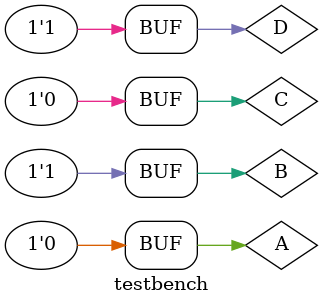
<source format=v>

module circuit(
    input A, B, C, D,
    output reg G
);

    reg not_A, not_C;
    reg BC_and, ACD_and, ABD_and;

    // Inverters
    always @(A) begin 
        not_A <= #1 ~A;
    end
    always @(C) begin
        not_C <= #1 ~C;
    end

    // AND gates
    always @(B or C) begin
        BC_and <= #2 B & C;
    end
    always @(not_A or not_C or D) begin
        ACD_and <= #2 not_A & not_C & D;
    end
    always @(not_A or B or D) begin
        ABD_and <= #2 not_A & B & D;
    end

    // OR gate
    always @(BC_and or ACD_and or ABD_and) begin
        G <= #2 BC_and | ACD_and | ABD_and;
    end

endmodule

// Testbench
module testbench;

    reg A, B, C, D;
    wire G;

    circuit uut(A, B, C, D, G);

    initial begin
        $dumpfile("prob1_noH.vcd");
        $dumpvars(0, testbench);

        A = 1'b0; B = 1'b1; C = 1'b1; D = 1'b1;
        
        #10 C = 1'b0;
        #20;
    end

    initial begin
        $monitor("Time=%0t A=%b B=%b C=%b D=%b G=%b", $time, A, B, C, D, G);
    end

endmodule

</source>
